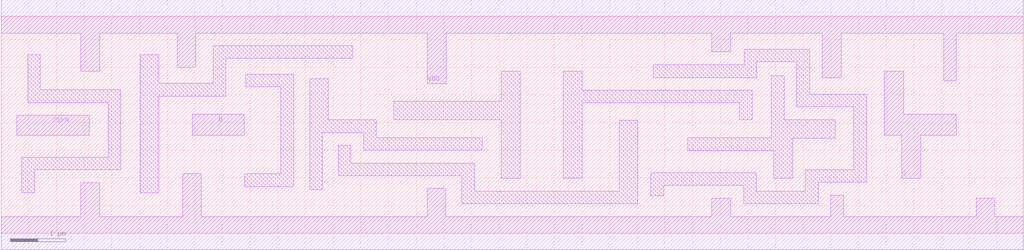
<source format=lef>
# Copyright 2022 GlobalFoundries PDK Authors
#
# Licensed under the Apache License, Version 2.0 (the "License");
# you may not use this file except in compliance with the License.
# You may obtain a copy of the License at
#
#      http://www.apache.org/licenses/LICENSE-2.0
#
# Unless required by applicable law or agreed to in writing, software
# distributed under the License is distributed on an "AS IS" BASIS,
# WITHOUT WARRANTIES OR CONDITIONS OF ANY KIND, either express or implied.
# See the License for the specific language governing permissions and
# limitations under the License.

MACRO gf180mcu_fd_sc_mcu7t5v0__dffnq_2
  CLASS core ;
  FOREIGN gf180mcu_fd_sc_mcu7t5v0__dffnq_2 0.0 0.0 ;
  ORIGIN 0 0 ;
  SYMMETRY X Y ;
  SITE GF018hv5v_mcu_sc7 ;
  SIZE 18.48 BY 3.92 ;
  PIN D
    DIRECTION INPUT ;
    ANTENNAGATEAREA 0.4635 ;
    PORT
      LAYER Metal1 ;
        POLYGON 3.45 1.77 4.39 1.77 4.39 2.15 3.45 2.15  ;
    END
  END D
  PIN CLKN
    DIRECTION INPUT ;
    USE clock ;
    ANTENNAGATEAREA 0.7115 ;
    PORT
      LAYER Metal1 ;
        POLYGON 0.28 1.77 1.59 1.77 1.59 2.13 0.28 2.13  ;
    END
  END CLKN
  PIN Q
    DIRECTION OUTPUT ;
    ANTENNADIFFAREA 1.4016 ;
    PORT
      LAYER Metal1 ;
        POLYGON 15.965 1.77 16.285 1.77 16.285 0.99 16.625 0.99 16.625 1.77 17.27 1.77 17.27 2.15 16.315 2.15 16.315 2.93 15.965 2.93  ;
    END
  END Q
  PIN VDD
    DIRECTION INOUT ;
    USE power ;
    SHAPE ABUTMENT ;
    PORT
      LAYER Metal1 ;
        POLYGON 0 3.62 1.44 3.62 1.44 2.93 1.78 2.93 1.78 3.62 2.165 3.62 3.18 3.62 3.18 3.005 3.52 3.005 3.52 3.62 6.355 3.62 7.705 3.62 7.705 2.7 8.045 2.7 8.045 3.62 9.38 3.62 12.85 3.62 12.85 3.28 13.19 3.28 13.19 3.62 14.845 3.62 14.845 2.815 15.185 2.815 15.185 3.62 15.645 3.62 17.04 3.62 17.04 2.76 17.27 2.76 17.27 3.62 18.48 3.62 18.48 4.22 15.645 4.22 9.38 4.22 6.355 4.22 2.165 4.22 0 4.22  ;
    END
  END VDD
  PIN VSS
    DIRECTION INOUT ;
    USE ground ;
    SHAPE ABUTMENT ;
    PORT
      LAYER Metal1 ;
        POLYGON 0 -0.3 18.48 -0.3 18.48 0.3 17.965 0.3 17.965 0.635 17.625 0.635 17.625 0.3 15.23 0.3 15.23 0.69 15 0.69 15 0.3 13.19 0.3 13.19 0.635 12.85 0.635 12.85 0.3 8.04 0.3 8.04 0.81 7.7 0.81 7.7 0.3 3.62 0.3 3.62 1.075 3.28 1.075 3.28 0.3 1.78 0.3 1.78 0.915 1.44 0.915 1.44 0.3 0 0.3  ;
    END
  END VSS
  OBS
      LAYER Metal1 ;
        POLYGON 0.475 2.36 1.935 2.36 1.935 1.375 0.375 1.375 0.375 0.735 0.605 0.735 0.605 1.145 2.165 1.145 2.165 2.59 0.705 2.59 0.705 3.225 0.475 3.225  ;
        POLYGON 4.42 2.645 5.055 2.645 5.055 1.075 4.4 1.075 4.4 0.845 5.29 0.845 5.29 2.875 4.42 2.875  ;
        POLYGON 2.515 0.735 2.845 0.735 2.845 2.48 4.06 2.48 4.06 3.16 6.355 3.16 6.355 3.39 3.83 3.39 3.83 2.71 2.845 2.71 2.845 3.225 2.515 3.225  ;
        POLYGON 5.575 0.79 5.805 0.79 5.805 1.82 6.55 1.82 6.55 1.5 8.7 1.5 8.7 1.73 6.78 1.73 6.78 2.05 5.915 2.05 5.915 2.795 5.575 2.795  ;
        POLYGON 7.095 2.05 9.04 2.05 9.04 0.99 9.38 0.99 9.38 2.93 9.04 2.93 9.04 2.39 7.095 2.39  ;
        POLYGON 6.09 1.04 8.33 1.04 8.33 0.53 11.51 0.53 11.51 2.04 11.17 2.04 11.17 0.76 8.56 0.76 8.56 1.27 6.32 1.27 6.32 1.59 6.09 1.59  ;
        POLYGON 10.16 0.99 10.5 0.99 10.5 2.355 13.345 2.355 13.345 2.05 13.575 2.05 13.575 2.585 10.5 2.585 10.5 2.93 10.16 2.93  ;
        POLYGON 12.41 1.495 13.97 1.495 13.97 0.99 14.31 0.99 14.31 1.715 15.075 1.715 15.075 2.055 14.155 2.055 14.155 2.85 13.925 2.85 13.925 1.73 12.41 1.73  ;
        POLYGON 11.79 2.815 13.66 2.815 13.66 3.1 14.385 3.1 14.385 2.285 15.415 2.285 15.415 1.15 14.54 1.15 14.54 0.76 13.65 0.76 13.65 1.095 11.745 1.095 11.745 0.675 11.975 0.675 11.975 0.865 13.42 0.865 13.42 0.53 14.77 0.53 14.77 0.92 15.645 0.92 15.645 2.515 14.615 2.515 14.615 3.33 13.43 3.33 13.43 3.05 11.79 3.05  ;
  END
END gf180mcu_fd_sc_mcu7t5v0__dffnq_2

</source>
